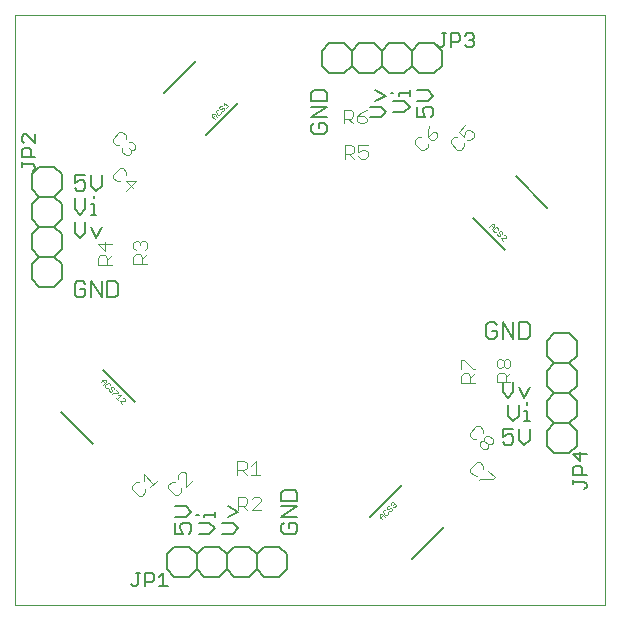
<source format=gto>
G75*
G70*
%OFA0B0*%
%FSLAX24Y24*%
%IPPOS*%
%LPD*%
%AMOC8*
5,1,8,0,0,1.08239X$1,22.5*
%
%ADD10C,0.0000*%
%ADD11C,0.0050*%
%ADD12C,0.0020*%
%ADD13C,0.0060*%
%ADD14C,0.0040*%
D10*
X000181Y000181D02*
X000181Y019866D01*
X019866Y019866D01*
X019866Y000181D01*
X000181Y000181D01*
D11*
X004062Y000883D02*
X004137Y000808D01*
X004212Y000808D01*
X004287Y000883D01*
X004287Y001259D01*
X004212Y001259D02*
X004362Y001259D01*
X004523Y001259D02*
X004748Y001259D01*
X004823Y001184D01*
X004823Y001033D01*
X004748Y000958D01*
X004523Y000958D01*
X004523Y000808D02*
X004523Y001259D01*
X004983Y001109D02*
X005133Y001259D01*
X005133Y000808D01*
X004983Y000808D02*
X005283Y000808D01*
X005521Y002569D02*
X005791Y002569D01*
X005701Y002749D01*
X005701Y002839D01*
X005791Y002929D01*
X005972Y002929D01*
X006062Y002839D01*
X006062Y002659D01*
X005972Y002569D01*
X006308Y002569D02*
X006669Y002569D01*
X006849Y002749D01*
X006669Y002929D01*
X006308Y002929D01*
X006489Y003112D02*
X006489Y003203D01*
X006849Y003203D01*
X006849Y003293D02*
X006849Y003112D01*
X007096Y002929D02*
X007456Y002929D01*
X007637Y002749D01*
X007456Y002569D01*
X007096Y002569D01*
X007276Y003112D02*
X007637Y003293D01*
X007276Y003473D01*
X006308Y003203D02*
X006218Y003203D01*
X006062Y003293D02*
X005882Y003473D01*
X005521Y003473D01*
X005521Y003112D02*
X005882Y003112D01*
X006062Y003293D01*
X005521Y002929D02*
X005521Y002569D01*
X002778Y005550D02*
X001717Y006611D01*
X003132Y008025D02*
X004192Y006965D01*
X003533Y010443D02*
X003262Y010443D01*
X003262Y010984D01*
X003533Y010984D01*
X003623Y010893D01*
X003623Y010533D01*
X003533Y010443D01*
X003079Y010443D02*
X003079Y010984D01*
X002719Y010984D02*
X002719Y010443D01*
X002536Y010533D02*
X002536Y010713D01*
X002355Y010713D01*
X002175Y010533D02*
X002265Y010443D01*
X002445Y010443D01*
X002536Y010533D01*
X002536Y010893D02*
X002445Y010984D01*
X002265Y010984D01*
X002175Y010893D01*
X002175Y010533D01*
X002719Y010984D02*
X003079Y010443D01*
X002899Y012411D02*
X003079Y012772D01*
X002719Y012772D02*
X002899Y012411D01*
X002536Y012591D02*
X002536Y012952D01*
X002355Y013199D02*
X002536Y013379D01*
X002536Y013740D01*
X002719Y013559D02*
X002809Y013559D01*
X002809Y013199D01*
X002719Y013199D02*
X002899Y013199D01*
X002355Y013199D02*
X002175Y013379D01*
X002175Y013740D01*
X002265Y013986D02*
X002175Y014076D01*
X002265Y013986D02*
X002445Y013986D01*
X002536Y014076D01*
X002536Y014256D01*
X002445Y014347D01*
X002355Y014347D01*
X002175Y014256D01*
X002175Y014527D01*
X002536Y014527D01*
X002719Y014527D02*
X002719Y014166D01*
X002899Y013986D01*
X003079Y014166D01*
X003079Y014527D01*
X002809Y013830D02*
X002809Y013740D01*
X002175Y012952D02*
X002175Y012591D01*
X002355Y012411D01*
X002536Y012591D01*
X000790Y014654D02*
X000865Y014730D01*
X000865Y014805D01*
X000790Y014880D01*
X000414Y014880D01*
X000414Y014805D02*
X000414Y014955D01*
X000414Y015115D02*
X000414Y015340D01*
X000489Y015415D01*
X000639Y015415D01*
X000714Y015340D01*
X000714Y015115D01*
X000865Y015115D02*
X000414Y015115D01*
X000489Y015575D02*
X000414Y015650D01*
X000414Y015800D01*
X000489Y015875D01*
X000564Y015875D01*
X000865Y015575D01*
X000865Y015875D01*
X005157Y017270D02*
X006217Y018330D01*
X007632Y016916D02*
X006571Y015856D01*
X010049Y015988D02*
X010139Y015898D01*
X010499Y015898D01*
X010589Y015988D01*
X010589Y016168D01*
X010499Y016259D01*
X010319Y016259D01*
X010319Y016078D01*
X010139Y016259D02*
X010049Y016168D01*
X010049Y015988D01*
X010049Y016442D02*
X010589Y016802D01*
X010049Y016802D01*
X010049Y016985D02*
X010049Y017256D01*
X010139Y017346D01*
X010499Y017346D01*
X010589Y017256D01*
X010589Y016985D01*
X010049Y016985D01*
X010049Y016442D02*
X010589Y016442D01*
X012017Y016442D02*
X012378Y016442D01*
X012558Y016622D01*
X012378Y016802D01*
X012017Y016802D01*
X012197Y016985D02*
X012558Y017166D01*
X012197Y017346D01*
X012714Y017257D02*
X012804Y017257D01*
X012985Y017257D02*
X012985Y017167D01*
X012985Y017257D02*
X013345Y017257D01*
X013345Y017167D02*
X013345Y017347D01*
X013592Y017346D02*
X013952Y017346D01*
X014133Y017166D01*
X013952Y016985D01*
X013592Y016985D01*
X013592Y016802D02*
X013592Y016442D01*
X013862Y016442D01*
X013772Y016622D01*
X013772Y016712D01*
X013862Y016802D01*
X014043Y016802D01*
X014133Y016712D01*
X014133Y016532D01*
X014043Y016442D01*
X013345Y016803D02*
X013165Y016984D01*
X012804Y016984D01*
X012804Y016623D02*
X013165Y016623D01*
X013345Y016803D01*
X014336Y018790D02*
X014411Y018790D01*
X014486Y018865D01*
X014486Y019240D01*
X014411Y019240D02*
X014561Y019240D01*
X014721Y019240D02*
X014946Y019240D01*
X015021Y019165D01*
X015021Y019015D01*
X014946Y018940D01*
X014721Y018940D01*
X014721Y018790D02*
X014721Y019240D01*
X015181Y019165D02*
X015257Y019240D01*
X015407Y019240D01*
X015482Y019165D01*
X015482Y019090D01*
X015407Y019015D01*
X015482Y018940D01*
X015482Y018865D01*
X015407Y018790D01*
X015257Y018790D01*
X015181Y018865D01*
X015332Y019015D02*
X015407Y019015D01*
X014336Y018790D02*
X014261Y018865D01*
X016876Y014497D02*
X017937Y013437D01*
X016523Y012023D02*
X015462Y013083D01*
X015988Y009606D02*
X015898Y009516D01*
X015898Y009155D01*
X015988Y009065D01*
X016168Y009065D01*
X016259Y009155D01*
X016259Y009335D01*
X016078Y009335D01*
X016259Y009516D02*
X016168Y009606D01*
X015988Y009606D01*
X016442Y009606D02*
X016442Y009065D01*
X016802Y009065D02*
X016442Y009606D01*
X016802Y009606D02*
X016802Y009065D01*
X016985Y009065D02*
X017256Y009065D01*
X017346Y009155D01*
X017346Y009516D01*
X017256Y009606D01*
X016985Y009606D01*
X016985Y009065D01*
X016802Y007637D02*
X016802Y007276D01*
X016622Y007096D01*
X016442Y007276D01*
X016442Y007637D01*
X016985Y007457D02*
X017166Y007096D01*
X017346Y007457D01*
X017257Y006940D02*
X017257Y006850D01*
X017257Y006669D02*
X017167Y006669D01*
X017257Y006669D02*
X017257Y006309D01*
X017167Y006309D02*
X017347Y006309D01*
X017346Y006062D02*
X017346Y005702D01*
X017166Y005521D01*
X016985Y005702D01*
X016985Y006062D01*
X016802Y006062D02*
X016442Y006062D01*
X016442Y005792D01*
X016622Y005882D01*
X016712Y005882D01*
X016802Y005792D01*
X016802Y005612D01*
X016712Y005521D01*
X016532Y005521D01*
X016442Y005612D01*
X016803Y006309D02*
X016984Y006489D01*
X016984Y006850D01*
X016623Y006850D02*
X016623Y006489D01*
X016803Y006309D01*
X018789Y005208D02*
X019014Y004983D01*
X019014Y005283D01*
X018789Y005208D02*
X019240Y005208D01*
X019014Y004823D02*
X019089Y004748D01*
X019089Y004523D01*
X019240Y004523D02*
X018789Y004523D01*
X018789Y004748D01*
X018864Y004823D01*
X019014Y004823D01*
X018789Y004362D02*
X018789Y004212D01*
X018789Y004287D02*
X019165Y004287D01*
X019240Y004212D01*
X019240Y004137D01*
X019165Y004062D01*
X014497Y002778D02*
X013437Y001717D01*
X012023Y003132D02*
X013083Y004192D01*
X009605Y003927D02*
X009605Y003656D01*
X009064Y003656D01*
X009064Y003927D01*
X009154Y004017D01*
X009515Y004017D01*
X009605Y003927D01*
X009605Y003473D02*
X009064Y003473D01*
X009064Y003112D02*
X009605Y003473D01*
X009605Y003112D02*
X009064Y003112D01*
X009154Y002929D02*
X009064Y002839D01*
X009064Y002659D01*
X009154Y002569D01*
X009515Y002569D01*
X009605Y002659D01*
X009605Y002839D01*
X009515Y002929D01*
X009335Y002929D01*
X009335Y002749D01*
D12*
X012347Y003125D02*
X012347Y003208D01*
X012430Y003208D01*
X012514Y003125D01*
X012538Y003190D02*
X012579Y003190D01*
X012621Y003232D01*
X012621Y003274D01*
X012666Y003318D02*
X012707Y003318D01*
X012749Y003360D01*
X012749Y003402D01*
X012728Y003423D01*
X012687Y003423D01*
X012645Y003381D01*
X012603Y003381D01*
X012582Y003402D01*
X012582Y003444D01*
X012624Y003485D01*
X012666Y003485D01*
X012710Y003530D02*
X012710Y003572D01*
X012752Y003613D01*
X012794Y003613D01*
X012815Y003593D01*
X012815Y003551D01*
X012856Y003551D01*
X012877Y003530D01*
X012877Y003488D01*
X012836Y003446D01*
X012794Y003446D01*
X012794Y003530D02*
X012815Y003551D01*
X012538Y003357D02*
X012496Y003357D01*
X012454Y003315D01*
X012454Y003274D01*
X012538Y003190D01*
X012451Y003187D02*
X012368Y003104D01*
X012347Y003125D02*
X012430Y003041D01*
X003870Y006997D02*
X003870Y007039D01*
X003828Y007081D01*
X003786Y007081D01*
X003870Y006997D02*
X003849Y006977D01*
X003682Y006977D01*
X003765Y006893D01*
X003637Y007021D02*
X003554Y007105D01*
X003595Y007063D02*
X003721Y007188D01*
X003637Y007188D01*
X003613Y007254D02*
X003446Y007254D01*
X003426Y007233D01*
X003402Y007299D02*
X003423Y007319D01*
X003423Y007361D01*
X003381Y007403D01*
X003381Y007445D01*
X003402Y007465D01*
X003444Y007465D01*
X003485Y007424D01*
X003485Y007382D01*
X003551Y007358D02*
X003634Y007275D01*
X003613Y007254D01*
X003402Y007299D02*
X003360Y007299D01*
X003318Y007340D01*
X003318Y007382D01*
X003274Y007427D02*
X003232Y007427D01*
X003190Y007468D01*
X003190Y007510D01*
X003274Y007594D01*
X003315Y007594D01*
X003357Y007552D01*
X003357Y007510D01*
X003208Y007617D02*
X003208Y007701D01*
X003125Y007701D01*
X003041Y007617D01*
X003104Y007680D02*
X003187Y007596D01*
X003208Y007617D02*
X003125Y007534D01*
X006850Y016383D02*
X006767Y016466D01*
X006767Y016550D01*
X006850Y016550D01*
X006934Y016466D01*
X006957Y016532D02*
X006999Y016532D01*
X007041Y016574D01*
X007041Y016615D01*
X007086Y016660D02*
X007127Y016660D01*
X007169Y016702D01*
X007169Y016743D01*
X007148Y016764D01*
X007106Y016764D01*
X007065Y016723D01*
X007023Y016723D01*
X007002Y016743D01*
X007002Y016785D01*
X007044Y016827D01*
X007086Y016827D01*
X007151Y016851D02*
X007151Y016934D01*
X007276Y016809D01*
X007235Y016767D02*
X007318Y016851D01*
X006957Y016699D02*
X006916Y016699D01*
X006874Y016657D01*
X006874Y016615D01*
X006957Y016532D01*
X006871Y016529D02*
X006788Y016445D01*
X015989Y012804D02*
X016073Y012887D01*
X016156Y012887D01*
X016156Y012804D01*
X016073Y012720D01*
X016138Y012697D02*
X016138Y012655D01*
X016180Y012613D01*
X016222Y012613D01*
X016266Y012568D02*
X016266Y012527D01*
X016308Y012485D01*
X016350Y012485D01*
X016371Y012506D01*
X016371Y012548D01*
X016329Y012589D01*
X016329Y012631D01*
X016350Y012652D01*
X016391Y012652D01*
X016433Y012610D01*
X016433Y012568D01*
X016478Y012524D02*
X016520Y012524D01*
X016561Y012482D01*
X016561Y012440D01*
X016540Y012419D01*
X016374Y012419D01*
X016457Y012336D01*
X016305Y012697D02*
X016305Y012738D01*
X016263Y012780D01*
X016222Y012780D01*
X016138Y012697D01*
X016135Y012783D02*
X016052Y012866D01*
D13*
X018160Y009248D02*
X018660Y009248D01*
X018910Y008998D01*
X018910Y008498D01*
X018660Y008248D01*
X018910Y007998D01*
X018910Y007498D01*
X018660Y007248D01*
X018910Y006998D01*
X018910Y006498D01*
X018660Y006248D01*
X018910Y005998D01*
X018910Y005498D01*
X018660Y005248D01*
X018160Y005248D01*
X017910Y005498D01*
X017910Y005998D01*
X018160Y006248D01*
X017910Y006498D01*
X017910Y006998D01*
X018160Y007248D01*
X018660Y007248D01*
X018160Y007248D02*
X017910Y007498D01*
X017910Y007998D01*
X018160Y008248D01*
X017910Y008498D01*
X017910Y008998D01*
X018160Y009248D01*
X018160Y008248D02*
X018660Y008248D01*
X018660Y006248D02*
X018160Y006248D01*
X009248Y001888D02*
X009248Y001388D01*
X008998Y001138D01*
X008498Y001138D01*
X008248Y001388D01*
X007998Y001138D01*
X007498Y001138D01*
X007248Y001388D01*
X006998Y001138D01*
X006498Y001138D01*
X006248Y001388D01*
X005998Y001138D01*
X005498Y001138D01*
X005248Y001388D01*
X005248Y001888D01*
X005498Y002138D01*
X005998Y002138D01*
X006248Y001888D01*
X006498Y002138D01*
X006998Y002138D01*
X007248Y001888D01*
X007248Y001388D01*
X007248Y001888D02*
X007498Y002138D01*
X007998Y002138D01*
X008248Y001888D01*
X008498Y002138D01*
X008998Y002138D01*
X009248Y001888D01*
X008248Y001888D02*
X008248Y001388D01*
X006248Y001388D02*
X006248Y001888D01*
X001494Y010800D02*
X000994Y010800D01*
X000744Y011050D01*
X000744Y011550D01*
X000994Y011800D01*
X000744Y012050D01*
X000744Y012550D01*
X000994Y012800D01*
X000744Y013050D01*
X000744Y013550D01*
X000994Y013800D01*
X000744Y014050D01*
X000744Y014550D01*
X000994Y014800D01*
X001494Y014800D01*
X001744Y014550D01*
X001744Y014050D01*
X001494Y013800D01*
X001744Y013550D01*
X001744Y013050D01*
X001494Y012800D01*
X000994Y012800D01*
X001494Y012800D02*
X001744Y012550D01*
X001744Y012050D01*
X001494Y011800D01*
X001744Y011550D01*
X001744Y011050D01*
X001494Y010800D01*
X001494Y011800D02*
X000994Y011800D01*
X000994Y013800D02*
X001494Y013800D01*
X010406Y018160D02*
X010406Y018660D01*
X010656Y018910D01*
X011156Y018910D01*
X011406Y018660D01*
X011656Y018910D01*
X012156Y018910D01*
X012406Y018660D01*
X012656Y018910D01*
X013156Y018910D01*
X013406Y018660D01*
X013656Y018910D01*
X014156Y018910D01*
X014406Y018660D01*
X014406Y018160D01*
X014156Y017910D01*
X013656Y017910D01*
X013406Y018160D01*
X013156Y017910D01*
X012656Y017910D01*
X012406Y018160D01*
X012406Y018660D01*
X012406Y018160D02*
X012156Y017910D01*
X011656Y017910D01*
X011406Y018160D01*
X011156Y017910D01*
X010656Y017910D01*
X010406Y018160D01*
X011406Y018160D02*
X011406Y018660D01*
X013406Y018660D02*
X013406Y018160D01*
D14*
X011910Y016705D02*
X011757Y016628D01*
X011603Y016474D01*
X011833Y016474D01*
X011910Y016398D01*
X011910Y016321D01*
X011833Y016244D01*
X011680Y016244D01*
X011603Y016321D01*
X011603Y016474D01*
X011450Y016474D02*
X011373Y016398D01*
X011143Y016398D01*
X011296Y016398D02*
X011450Y016244D01*
X011450Y016474D02*
X011450Y016628D01*
X011373Y016705D01*
X011143Y016705D01*
X011143Y016244D01*
X011174Y015524D02*
X011404Y015524D01*
X011481Y015447D01*
X011481Y015293D01*
X011404Y015217D01*
X011174Y015217D01*
X011328Y015217D02*
X011481Y015063D01*
X011635Y015140D02*
X011711Y015063D01*
X011865Y015063D01*
X011941Y015140D01*
X011941Y015293D01*
X011865Y015370D01*
X011788Y015370D01*
X011635Y015293D01*
X011635Y015524D01*
X011941Y015524D01*
X011174Y015524D02*
X011174Y015063D01*
X013511Y015565D02*
X013728Y015348D01*
X013837Y015348D01*
X013945Y015456D01*
X013945Y015565D01*
X014054Y015673D02*
X013945Y015782D01*
X014108Y015945D01*
X014216Y015945D01*
X014271Y015890D01*
X014271Y015782D01*
X014162Y015673D01*
X014054Y015673D01*
X013945Y015782D02*
X013945Y015999D01*
X013999Y016162D01*
X013728Y015782D02*
X013620Y015782D01*
X013511Y015673D01*
X013511Y015565D01*
X014715Y015587D02*
X014932Y015370D01*
X015040Y015370D01*
X015149Y015479D01*
X015149Y015587D01*
X015257Y015696D02*
X015366Y015696D01*
X015474Y015804D01*
X015474Y015913D01*
X015366Y016021D01*
X015257Y016021D01*
X015203Y015967D01*
X015149Y015804D01*
X014986Y015967D01*
X015203Y016184D01*
X014932Y015804D02*
X014823Y015804D01*
X014715Y015696D01*
X014715Y015587D01*
X015063Y008366D02*
X015140Y008366D01*
X015447Y008060D01*
X015523Y008060D01*
X015523Y007906D02*
X015370Y007753D01*
X015370Y007829D02*
X015370Y007599D01*
X015523Y007599D02*
X015063Y007599D01*
X015063Y007829D01*
X015140Y007906D01*
X015293Y007906D01*
X015370Y007829D01*
X015063Y008060D02*
X015063Y008366D01*
X016244Y008321D02*
X016244Y008168D01*
X016321Y008091D01*
X016397Y008091D01*
X016474Y008168D01*
X016474Y008321D01*
X016551Y008398D01*
X016628Y008398D01*
X016704Y008321D01*
X016704Y008168D01*
X016628Y008091D01*
X016551Y008091D01*
X016474Y008168D01*
X016474Y008321D02*
X016397Y008398D01*
X016321Y008398D01*
X016244Y008321D01*
X016321Y007938D02*
X016244Y007861D01*
X016244Y007631D01*
X016704Y007631D01*
X016551Y007631D02*
X016551Y007861D01*
X016474Y007938D01*
X016321Y007938D01*
X016551Y007784D02*
X016704Y007938D01*
X015673Y006143D02*
X015565Y006143D01*
X015348Y005926D01*
X015348Y005817D01*
X015456Y005709D01*
X015565Y005709D01*
X015673Y005600D02*
X015728Y005655D01*
X015836Y005655D01*
X015945Y005546D01*
X015945Y005438D01*
X015890Y005383D01*
X015782Y005383D01*
X015673Y005492D01*
X015673Y005600D01*
X015836Y005655D02*
X015836Y005763D01*
X015890Y005817D01*
X015999Y005817D01*
X016107Y005709D01*
X016107Y005600D01*
X016053Y005546D01*
X015945Y005546D01*
X015782Y005926D02*
X015782Y006034D01*
X015673Y006143D01*
X015696Y004940D02*
X015587Y004940D01*
X015370Y004722D01*
X015370Y004614D01*
X015479Y004506D01*
X015587Y004505D01*
X015696Y004397D02*
X015641Y004343D01*
X015696Y004397D02*
X016130Y004397D01*
X016184Y004451D01*
X015967Y004668D01*
X015804Y004723D02*
X015804Y004831D01*
X015696Y004940D01*
X008366Y004525D02*
X008060Y004525D01*
X008213Y004525D02*
X008213Y004985D01*
X008060Y004832D01*
X007906Y004908D02*
X007906Y004755D01*
X007829Y004678D01*
X007599Y004678D01*
X007599Y004525D02*
X007599Y004985D01*
X007829Y004985D01*
X007906Y004908D01*
X007753Y004678D02*
X007906Y004525D01*
X007861Y003804D02*
X007631Y003804D01*
X007631Y003344D01*
X007631Y003497D02*
X007861Y003497D01*
X007938Y003574D01*
X007938Y003727D01*
X007861Y003804D01*
X008091Y003727D02*
X008168Y003804D01*
X008321Y003804D01*
X008398Y003727D01*
X008398Y003650D01*
X008091Y003344D01*
X008398Y003344D01*
X007938Y003344D02*
X007784Y003497D01*
X006117Y004349D02*
X005900Y004132D01*
X005900Y004566D01*
X005845Y004620D01*
X005737Y004620D01*
X005628Y004511D01*
X005628Y004403D01*
X005520Y004294D02*
X005411Y004294D01*
X005303Y004186D01*
X005303Y004077D01*
X005520Y003860D01*
X005628Y003860D01*
X005737Y003969D01*
X005737Y004077D01*
X004913Y004326D02*
X004696Y004109D01*
X004805Y004218D02*
X004479Y004543D01*
X004479Y004326D01*
X004316Y004272D02*
X004208Y004272D01*
X004099Y004164D01*
X004099Y004055D01*
X004316Y003838D01*
X004425Y003838D01*
X004533Y003947D01*
X004534Y004055D01*
X004591Y011568D02*
X004131Y011568D01*
X004131Y011798D01*
X004207Y011875D01*
X004361Y011875D01*
X004438Y011798D01*
X004438Y011568D01*
X004438Y011721D02*
X004591Y011875D01*
X004514Y012028D02*
X004591Y012105D01*
X004591Y012258D01*
X004514Y012335D01*
X004438Y012335D01*
X004361Y012258D01*
X004361Y012182D01*
X004361Y012258D02*
X004284Y012335D01*
X004207Y012335D01*
X004131Y012258D01*
X004131Y012105D01*
X004207Y012028D01*
X003410Y011843D02*
X003256Y011690D01*
X003256Y011767D02*
X003256Y011536D01*
X003410Y011536D02*
X002949Y011536D01*
X002949Y011767D01*
X003026Y011843D01*
X003180Y011843D01*
X003256Y011767D01*
X003180Y011997D02*
X003180Y012304D01*
X003410Y012227D02*
X002949Y012227D01*
X003180Y011997D01*
X003901Y013985D02*
X004226Y014311D01*
X003901Y014311D01*
X004118Y014094D01*
X003901Y014528D02*
X003901Y014636D01*
X003792Y014745D01*
X003684Y014745D01*
X003467Y014528D01*
X003467Y014419D01*
X003575Y014311D01*
X003684Y014311D01*
X003878Y015189D02*
X003770Y015297D01*
X003770Y015406D01*
X003661Y015514D02*
X003553Y015514D01*
X003444Y015623D01*
X003444Y015731D01*
X003661Y015948D01*
X003770Y015948D01*
X003878Y015840D01*
X003878Y015731D01*
X003987Y015623D02*
X004095Y015623D01*
X004204Y015514D01*
X004204Y015406D01*
X004150Y015351D01*
X004041Y015351D01*
X004041Y015243D01*
X003987Y015189D01*
X003878Y015189D01*
X004041Y015351D02*
X003987Y015406D01*
M02*

</source>
